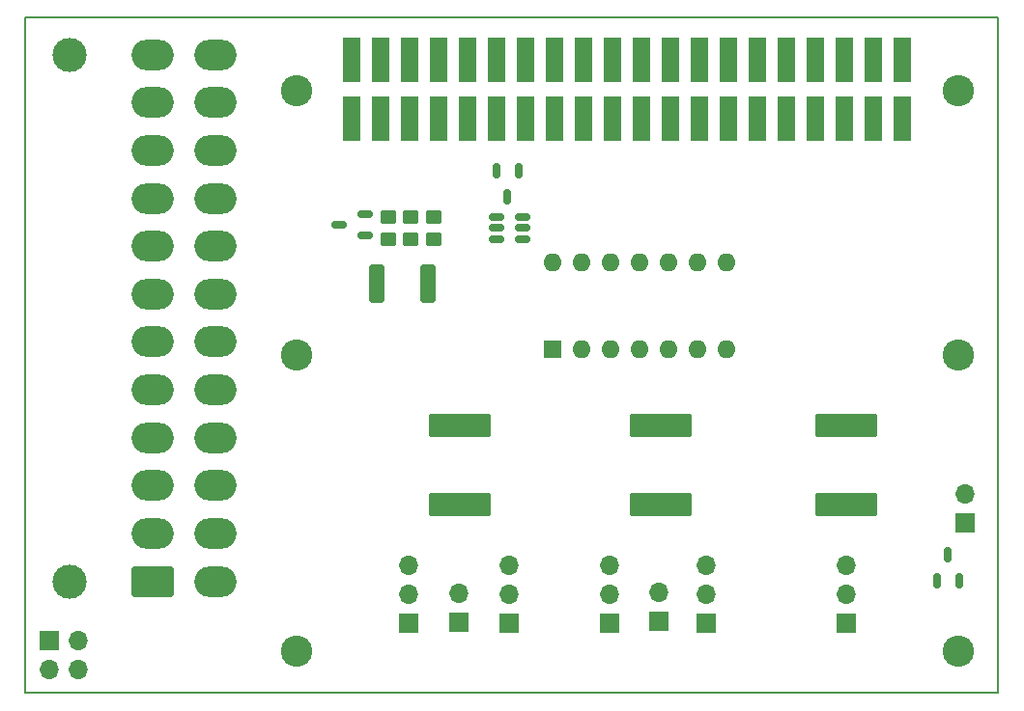
<source format=gts>
G04 #@! TF.GenerationSoftware,KiCad,Pcbnew,(7.0.0-0)*
G04 #@! TF.CreationDate,2023-04-02T13:15:13+01:00*
G04 #@! TF.ProjectId,AuxBoard,41757842-6f61-4726-942e-6b696361645f,rev?*
G04 #@! TF.SameCoordinates,Original*
G04 #@! TF.FileFunction,Soldermask,Top*
G04 #@! TF.FilePolarity,Negative*
%FSLAX46Y46*%
G04 Gerber Fmt 4.6, Leading zero omitted, Abs format (unit mm)*
G04 Created by KiCad (PCBNEW (7.0.0-0)) date 2023-04-02 13:15:13*
%MOMM*%
%LPD*%
G01*
G04 APERTURE LIST*
G04 Aperture macros list*
%AMRoundRect*
0 Rectangle with rounded corners*
0 $1 Rounding radius*
0 $2 $3 $4 $5 $6 $7 $8 $9 X,Y pos of 4 corners*
0 Add a 4 corners polygon primitive as box body*
4,1,4,$2,$3,$4,$5,$6,$7,$8,$9,$2,$3,0*
0 Add four circle primitives for the rounded corners*
1,1,$1+$1,$2,$3*
1,1,$1+$1,$4,$5*
1,1,$1+$1,$6,$7*
1,1,$1+$1,$8,$9*
0 Add four rect primitives between the rounded corners*
20,1,$1+$1,$2,$3,$4,$5,0*
20,1,$1+$1,$4,$5,$6,$7,0*
20,1,$1+$1,$6,$7,$8,$9,0*
20,1,$1+$1,$8,$9,$2,$3,0*%
G04 Aperture macros list end*
%ADD10RoundRect,0.250000X0.400000X1.450000X-0.400000X1.450000X-0.400000X-1.450000X0.400000X-1.450000X0*%
%ADD11C,2.750000*%
%ADD12R,1.600000X1.600000*%
%ADD13O,1.600000X1.600000*%
%ADD14R,1.700000X1.700000*%
%ADD15O,1.700000X1.700000*%
%ADD16RoundRect,0.250001X-2.474999X0.799999X-2.474999X-0.799999X2.474999X-0.799999X2.474999X0.799999X0*%
%ADD17RoundRect,0.250000X0.450000X-0.350000X0.450000X0.350000X-0.450000X0.350000X-0.450000X-0.350000X0*%
%ADD18C,3.000000*%
%ADD19RoundRect,0.250001X1.599999X-1.099999X1.599999X1.099999X-1.599999X1.099999X-1.599999X-1.099999X0*%
%ADD20O,3.700000X2.700000*%
%ADD21RoundRect,0.150000X-0.150000X0.512500X-0.150000X-0.512500X0.150000X-0.512500X0.150000X0.512500X0*%
%ADD22RoundRect,0.150000X0.512500X0.150000X-0.512500X0.150000X-0.512500X-0.150000X0.512500X-0.150000X0*%
%ADD23RoundRect,0.250001X2.474999X-0.799999X2.474999X0.799999X-2.474999X0.799999X-2.474999X-0.799999X0*%
%ADD24RoundRect,0.150000X-0.512500X-0.150000X0.512500X-0.150000X0.512500X0.150000X-0.512500X0.150000X0*%
%ADD25R,1.500000X4.000000*%
%ADD26RoundRect,0.250000X-0.450000X0.350000X-0.450000X-0.350000X0.450000X-0.350000X0.450000X0.350000X0*%
%ADD27RoundRect,0.150000X0.150000X-0.512500X0.150000X0.512500X-0.150000X0.512500X-0.150000X-0.512500X0*%
G04 #@! TA.AperFunction,Profile*
%ADD28C,0.200000*%
G04 #@! TD*
G04 APERTURE END LIST*
D10*
X140025000Y-73100000D03*
X135575000Y-73100000D03*
D11*
X128500000Y-79375000D03*
D12*
X150974999Y-78799999D03*
D13*
X153514999Y-78799999D03*
X156054999Y-78799999D03*
X158594999Y-78799999D03*
X161134999Y-78799999D03*
X163674999Y-78799999D03*
X166214999Y-78799999D03*
X166214999Y-71179999D03*
X163674999Y-71179999D03*
X161134999Y-71179999D03*
X158594999Y-71179999D03*
X156054999Y-71179999D03*
X153514999Y-71179999D03*
X150974999Y-71179999D03*
D14*
X176674999Y-102839999D03*
D15*
X176674999Y-100299999D03*
X176674999Y-97759999D03*
D16*
X160400000Y-85525000D03*
X160400000Y-92475000D03*
D17*
X140500000Y-69200000D03*
X140500000Y-67200000D03*
D18*
X108625000Y-99200000D03*
X108625000Y-53000000D03*
D19*
X115925000Y-99200000D03*
D20*
X115924999Y-94999999D03*
X115924999Y-90799999D03*
X115924999Y-86599999D03*
X115924999Y-82399999D03*
X115924999Y-78199999D03*
X115924999Y-73999999D03*
X115924999Y-69799999D03*
X115924999Y-65599999D03*
X115924999Y-61399999D03*
X115924999Y-57199999D03*
X115924999Y-52999999D03*
X121424999Y-99199999D03*
X121424999Y-94999999D03*
X121424999Y-90799999D03*
X121424999Y-86599999D03*
X121424999Y-82399999D03*
X121424999Y-78199999D03*
X121424999Y-73999999D03*
X121424999Y-69799999D03*
X121424999Y-65599999D03*
X121424999Y-61399999D03*
X121424999Y-57199999D03*
X121424999Y-52999999D03*
D21*
X147950000Y-63162500D03*
X146050000Y-63162500D03*
X147000000Y-65437500D03*
D14*
X138299999Y-102839999D03*
D15*
X138299999Y-100299999D03*
X138299999Y-97759999D03*
D14*
X142699999Y-102799999D03*
D15*
X142699999Y-100259999D03*
D22*
X134537500Y-68850000D03*
X134537500Y-66950000D03*
X132262500Y-67900000D03*
D23*
X176700000Y-92475000D03*
X176700000Y-85525000D03*
D24*
X146062500Y-67250000D03*
X146062500Y-68200000D03*
X146062500Y-69150000D03*
X148337500Y-69150000D03*
X148337500Y-68200000D03*
X148337500Y-67250000D03*
D14*
X155974999Y-102839999D03*
D15*
X155974999Y-100299999D03*
X155974999Y-97759999D03*
D25*
X133369999Y-58569999D03*
X133369999Y-53459999D03*
X135909999Y-58569999D03*
X135909999Y-53459999D03*
X138449999Y-58569999D03*
X138449999Y-53429999D03*
X140989999Y-58569999D03*
X140989999Y-53429999D03*
X143529999Y-58569999D03*
X143529999Y-53429999D03*
X146069999Y-58569999D03*
X146069999Y-53429999D03*
X148609999Y-58569999D03*
X148609999Y-53429999D03*
X151149999Y-58569999D03*
X151149999Y-53429999D03*
X153689999Y-58569999D03*
X153689999Y-53429999D03*
X156229999Y-58569999D03*
X156229999Y-53429999D03*
X158769999Y-58569999D03*
X158769999Y-53429999D03*
X161309999Y-58569999D03*
X161309999Y-53429999D03*
X163849999Y-58569999D03*
X163849999Y-53429999D03*
X166389999Y-58569999D03*
X166389999Y-53429999D03*
X168929999Y-58569999D03*
X168929999Y-53429999D03*
X171469999Y-58569999D03*
X171469999Y-53429999D03*
X174009999Y-58569999D03*
X174009999Y-53429999D03*
X176549999Y-58569999D03*
X176549999Y-53429999D03*
X179089999Y-58569999D03*
X179089999Y-53429999D03*
X181629999Y-58569999D03*
X181629999Y-53429999D03*
D23*
X142800000Y-92475000D03*
X142800000Y-85525000D03*
D14*
X160224999Y-102749999D03*
D15*
X160224999Y-100209999D03*
D14*
X147124999Y-102839999D03*
D15*
X147124999Y-100299999D03*
X147124999Y-97759999D03*
D11*
X128500000Y-105375000D03*
X186500000Y-105375000D03*
X128500000Y-56125000D03*
X186500000Y-79375000D03*
D14*
X164374999Y-102839999D03*
D15*
X164374999Y-100299999D03*
X164374999Y-97759999D03*
D14*
X187099999Y-94099999D03*
D15*
X187099999Y-91559999D03*
D11*
X186500000Y-56125000D03*
D26*
X136550000Y-67200000D03*
X136550000Y-69200000D03*
D27*
X184650000Y-99137500D03*
X186550000Y-99137500D03*
X185600000Y-96862500D03*
D17*
X138500000Y-69200000D03*
X138500000Y-67200000D03*
D14*
X106799999Y-104399999D03*
D15*
X109339999Y-104399999D03*
X106799999Y-106939999D03*
X109339999Y-106939999D03*
D28*
X104750000Y-49750000D02*
X190000000Y-49750000D01*
X190000000Y-49750000D02*
X190000000Y-109000000D01*
X190000000Y-109000000D02*
X104750000Y-109000000D01*
X104750000Y-109000000D02*
X104750000Y-49750000D01*
M02*

</source>
